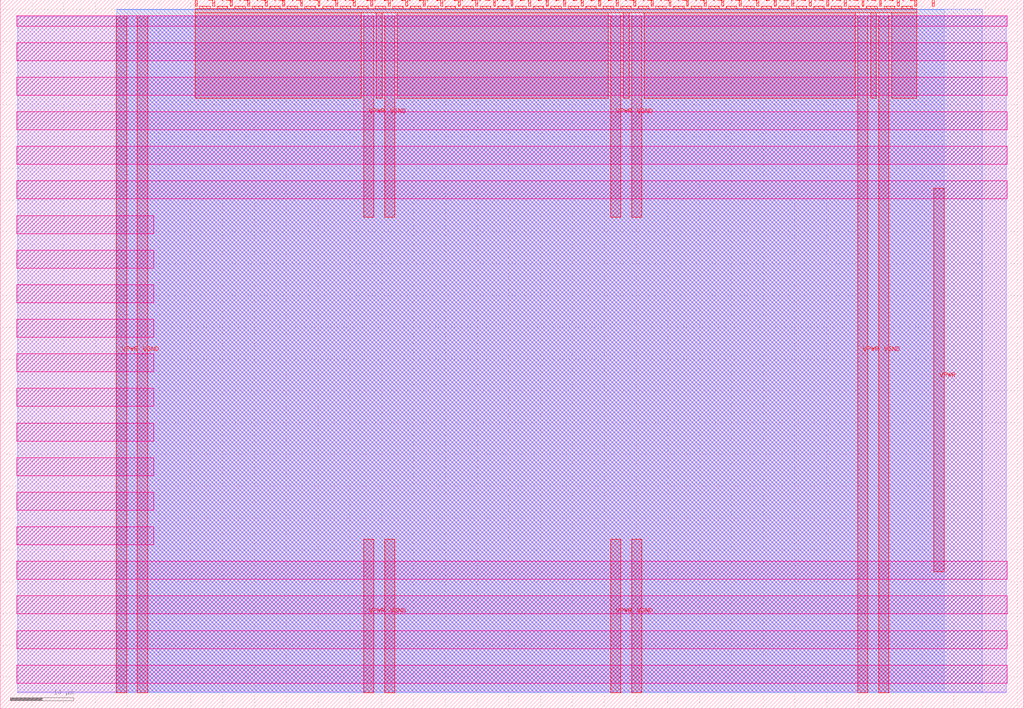
<source format=lef>
VERSION 5.7 ;
  NOWIREEXTENSIONATPIN ON ;
  DIVIDERCHAR "/" ;
  BUSBITCHARS "[]" ;
MACRO tt_um_rebeccargb_tt09ball_gdsart
  CLASS BLOCK ;
  FOREIGN tt_um_rebeccargb_tt09ball_gdsart ;
  ORIGIN 0.000 0.000 ;
  SIZE 161.000 BY 111.520 ;
  PIN VGND
    DIRECTION INOUT ;
    USE GROUND ;
    PORT
      LAYER met4 ;
        RECT 21.580 2.480 23.180 109.040 ;
    END
    PORT
      LAYER met4 ;
        RECT 60.450 2.480 62.050 26.700 ;
    END
    PORT
      LAYER met4 ;
        RECT 60.450 77.300 62.050 109.040 ;
    END
    PORT
      LAYER met4 ;
        RECT 99.320 2.480 100.920 26.700 ;
    END
    PORT
      LAYER met4 ;
        RECT 99.320 77.300 100.920 109.040 ;
    END
    PORT
      LAYER met4 ;
        RECT 138.190 2.480 139.790 109.040 ;
    END
  END VGND
  PIN VPWR
    DIRECTION INOUT ;
    USE POWER ;
    PORT
      LAYER met4 ;
        RECT 18.280 2.480 19.880 109.040 ;
    END
    PORT
      LAYER met4 ;
        RECT 57.150 2.480 58.750 26.700 ;
    END
    PORT
      LAYER met4 ;
        RECT 57.150 77.300 58.750 109.040 ;
    END
    PORT
      LAYER met4 ;
        RECT 96.020 2.480 97.620 26.700 ;
    END
    PORT
      LAYER met4 ;
        RECT 96.020 77.300 97.620 109.040 ;
    END
    PORT
      LAYER met4 ;
        RECT 134.890 2.480 136.490 109.040 ;
    END
    PORT
      LAYER met4 ;
        RECT 146.860 21.520 148.460 81.840 ;
    END
  END VPWR
  PIN clk
    DIRECTION INPUT ;
    USE SIGNAL ;
    ANTENNAGATEAREA 0.852000 ;
    PORT
      LAYER met4 ;
        RECT 143.830 110.520 144.130 111.520 ;
    END
  END clk
  PIN ena
    DIRECTION INPUT ;
    USE SIGNAL ;
    PORT
      LAYER met4 ;
        RECT 146.590 110.520 146.890 111.520 ;
    END
  END ena
  PIN rst_n
    DIRECTION INPUT ;
    USE SIGNAL ;
    ANTENNAGATEAREA 0.196500 ;
    PORT
      LAYER met4 ;
        RECT 141.070 110.520 141.370 111.520 ;
    END
  END rst_n
  PIN ui_in[0]
    DIRECTION INPUT ;
    USE SIGNAL ;
    ANTENNAGATEAREA 0.196500 ;
    PORT
      LAYER met4 ;
        RECT 138.310 110.520 138.610 111.520 ;
    END
  END ui_in[0]
  PIN ui_in[1]
    DIRECTION INPUT ;
    USE SIGNAL ;
    ANTENNAGATEAREA 0.196500 ;
    PORT
      LAYER met4 ;
        RECT 135.550 110.520 135.850 111.520 ;
    END
  END ui_in[1]
  PIN ui_in[2]
    DIRECTION INPUT ;
    USE SIGNAL ;
    ANTENNAGATEAREA 0.196500 ;
    PORT
      LAYER met4 ;
        RECT 132.790 110.520 133.090 111.520 ;
    END
  END ui_in[2]
  PIN ui_in[3]
    DIRECTION INPUT ;
    USE SIGNAL ;
    ANTENNAGATEAREA 0.159000 ;
    PORT
      LAYER met4 ;
        RECT 130.030 110.520 130.330 111.520 ;
    END
  END ui_in[3]
  PIN ui_in[4]
    DIRECTION INPUT ;
    USE SIGNAL ;
    PORT
      LAYER met4 ;
        RECT 127.270 110.520 127.570 111.520 ;
    END
  END ui_in[4]
  PIN ui_in[5]
    DIRECTION INPUT ;
    USE SIGNAL ;
    PORT
      LAYER met4 ;
        RECT 124.510 110.520 124.810 111.520 ;
    END
  END ui_in[5]
  PIN ui_in[6]
    DIRECTION INPUT ;
    USE SIGNAL ;
    PORT
      LAYER met4 ;
        RECT 121.750 110.520 122.050 111.520 ;
    END
  END ui_in[6]
  PIN ui_in[7]
    DIRECTION INPUT ;
    USE SIGNAL ;
    PORT
      LAYER met4 ;
        RECT 118.990 110.520 119.290 111.520 ;
    END
  END ui_in[7]
  PIN uio_in[0]
    DIRECTION INPUT ;
    USE SIGNAL ;
    PORT
      LAYER met4 ;
        RECT 116.230 110.520 116.530 111.520 ;
    END
  END uio_in[0]
  PIN uio_in[1]
    DIRECTION INPUT ;
    USE SIGNAL ;
    PORT
      LAYER met4 ;
        RECT 113.470 110.520 113.770 111.520 ;
    END
  END uio_in[1]
  PIN uio_in[2]
    DIRECTION INPUT ;
    USE SIGNAL ;
    PORT
      LAYER met4 ;
        RECT 110.710 110.520 111.010 111.520 ;
    END
  END uio_in[2]
  PIN uio_in[3]
    DIRECTION INPUT ;
    USE SIGNAL ;
    PORT
      LAYER met4 ;
        RECT 107.950 110.520 108.250 111.520 ;
    END
  END uio_in[3]
  PIN uio_in[4]
    DIRECTION INPUT ;
    USE SIGNAL ;
    PORT
      LAYER met4 ;
        RECT 105.190 110.520 105.490 111.520 ;
    END
  END uio_in[4]
  PIN uio_in[5]
    DIRECTION INPUT ;
    USE SIGNAL ;
    PORT
      LAYER met4 ;
        RECT 102.430 110.520 102.730 111.520 ;
    END
  END uio_in[5]
  PIN uio_in[6]
    DIRECTION INPUT ;
    USE SIGNAL ;
    PORT
      LAYER met4 ;
        RECT 99.670 110.520 99.970 111.520 ;
    END
  END uio_in[6]
  PIN uio_in[7]
    DIRECTION INPUT ;
    USE SIGNAL ;
    PORT
      LAYER met4 ;
        RECT 96.910 110.520 97.210 111.520 ;
    END
  END uio_in[7]
  PIN uio_oe[0]
    DIRECTION OUTPUT ;
    USE SIGNAL ;
    ANTENNADIFFAREA 0.445500 ;
    PORT
      LAYER met4 ;
        RECT 49.990 110.520 50.290 111.520 ;
    END
  END uio_oe[0]
  PIN uio_oe[1]
    DIRECTION OUTPUT ;
    USE SIGNAL ;
    ANTENNADIFFAREA 0.445500 ;
    PORT
      LAYER met4 ;
        RECT 47.230 110.520 47.530 111.520 ;
    END
  END uio_oe[1]
  PIN uio_oe[2]
    DIRECTION OUTPUT ;
    USE SIGNAL ;
    ANTENNADIFFAREA 0.445500 ;
    PORT
      LAYER met4 ;
        RECT 44.470 110.520 44.770 111.520 ;
    END
  END uio_oe[2]
  PIN uio_oe[3]
    DIRECTION OUTPUT ;
    USE SIGNAL ;
    ANTENNADIFFAREA 0.445500 ;
    PORT
      LAYER met4 ;
        RECT 41.710 110.520 42.010 111.520 ;
    END
  END uio_oe[3]
  PIN uio_oe[4]
    DIRECTION OUTPUT ;
    USE SIGNAL ;
    ANTENNADIFFAREA 0.445500 ;
    PORT
      LAYER met4 ;
        RECT 38.950 110.520 39.250 111.520 ;
    END
  END uio_oe[4]
  PIN uio_oe[5]
    DIRECTION OUTPUT ;
    USE SIGNAL ;
    ANTENNADIFFAREA 0.445500 ;
    PORT
      LAYER met4 ;
        RECT 36.190 110.520 36.490 111.520 ;
    END
  END uio_oe[5]
  PIN uio_oe[6]
    DIRECTION OUTPUT ;
    USE SIGNAL ;
    ANTENNADIFFAREA 0.445500 ;
    PORT
      LAYER met4 ;
        RECT 33.430 110.520 33.730 111.520 ;
    END
  END uio_oe[6]
  PIN uio_oe[7]
    DIRECTION OUTPUT ;
    USE SIGNAL ;
    ANTENNADIFFAREA 0.445500 ;
    PORT
      LAYER met4 ;
        RECT 30.670 110.520 30.970 111.520 ;
    END
  END uio_oe[7]
  PIN uio_out[0]
    DIRECTION OUTPUT ;
    USE SIGNAL ;
    ANTENNADIFFAREA 0.445500 ;
    PORT
      LAYER met4 ;
        RECT 72.070 110.520 72.370 111.520 ;
    END
  END uio_out[0]
  PIN uio_out[1]
    DIRECTION OUTPUT ;
    USE SIGNAL ;
    ANTENNADIFFAREA 0.445500 ;
    PORT
      LAYER met4 ;
        RECT 69.310 110.520 69.610 111.520 ;
    END
  END uio_out[1]
  PIN uio_out[2]
    DIRECTION OUTPUT ;
    USE SIGNAL ;
    ANTENNADIFFAREA 0.445500 ;
    PORT
      LAYER met4 ;
        RECT 66.550 110.520 66.850 111.520 ;
    END
  END uio_out[2]
  PIN uio_out[3]
    DIRECTION OUTPUT ;
    USE SIGNAL ;
    ANTENNADIFFAREA 1.242000 ;
    PORT
      LAYER met4 ;
        RECT 63.790 110.520 64.090 111.520 ;
    END
  END uio_out[3]
  PIN uio_out[4]
    DIRECTION OUTPUT ;
    USE SIGNAL ;
    ANTENNADIFFAREA 0.445500 ;
    PORT
      LAYER met4 ;
        RECT 61.030 110.520 61.330 111.520 ;
    END
  END uio_out[4]
  PIN uio_out[5]
    DIRECTION OUTPUT ;
    USE SIGNAL ;
    ANTENNADIFFAREA 0.445500 ;
    PORT
      LAYER met4 ;
        RECT 58.270 110.520 58.570 111.520 ;
    END
  END uio_out[5]
  PIN uio_out[6]
    DIRECTION OUTPUT ;
    USE SIGNAL ;
    ANTENNADIFFAREA 0.445500 ;
    PORT
      LAYER met4 ;
        RECT 55.510 110.520 55.810 111.520 ;
    END
  END uio_out[6]
  PIN uio_out[7]
    DIRECTION OUTPUT ;
    USE SIGNAL ;
    ANTENNADIFFAREA 0.445500 ;
    PORT
      LAYER met4 ;
        RECT 52.750 110.520 53.050 111.520 ;
    END
  END uio_out[7]
  PIN uo_out[0]
    DIRECTION OUTPUT ;
    USE SIGNAL ;
    ANTENNADIFFAREA 1.431000 ;
    PORT
      LAYER met4 ;
        RECT 94.150 110.520 94.450 111.520 ;
    END
  END uo_out[0]
  PIN uo_out[1]
    DIRECTION OUTPUT ;
    USE SIGNAL ;
    ANTENNADIFFAREA 0.445500 ;
    PORT
      LAYER met4 ;
        RECT 91.390 110.520 91.690 111.520 ;
    END
  END uo_out[1]
  PIN uo_out[2]
    DIRECTION OUTPUT ;
    USE SIGNAL ;
    ANTENNAGATEAREA 0.159000 ;
    ANTENNADIFFAREA 1.782000 ;
    PORT
      LAYER met4 ;
        RECT 88.630 110.520 88.930 111.520 ;
    END
  END uo_out[2]
  PIN uo_out[3]
    DIRECTION OUTPUT ;
    USE SIGNAL ;
    ANTENNADIFFAREA 1.484000 ;
    PORT
      LAYER met4 ;
        RECT 85.870 110.520 86.170 111.520 ;
    END
  END uo_out[3]
  PIN uo_out[4]
    DIRECTION OUTPUT ;
    USE SIGNAL ;
    ANTENNADIFFAREA 1.484000 ;
    PORT
      LAYER met4 ;
        RECT 83.110 110.520 83.410 111.520 ;
    END
  END uo_out[4]
  PIN uo_out[5]
    DIRECTION OUTPUT ;
    USE SIGNAL ;
    ANTENNADIFFAREA 2.001000 ;
    PORT
      LAYER met4 ;
        RECT 80.350 110.520 80.650 111.520 ;
    END
  END uo_out[5]
  PIN uo_out[6]
    DIRECTION OUTPUT ;
    USE SIGNAL ;
    ANTENNADIFFAREA 1.242000 ;
    PORT
      LAYER met4 ;
        RECT 77.590 110.520 77.890 111.520 ;
    END
  END uo_out[6]
  PIN uo_out[7]
    DIRECTION OUTPUT ;
    USE SIGNAL ;
    ANTENNADIFFAREA 0.445500 ;
    PORT
      LAYER met4 ;
        RECT 74.830 110.520 75.130 111.520 ;
    END
  END uo_out[7]
  OBS
      LAYER nwell ;
        RECT 2.570 107.385 158.430 108.990 ;
        RECT 2.570 101.945 158.430 104.775 ;
        RECT 2.570 96.505 158.430 99.335 ;
        RECT 2.570 91.065 158.430 93.895 ;
        RECT 2.570 85.625 158.430 88.455 ;
        RECT 2.570 80.185 158.430 83.015 ;
        RECT 2.570 74.745 24.110 77.575 ;
        RECT 2.570 69.305 24.110 72.135 ;
        RECT 2.570 63.865 24.110 66.695 ;
        RECT 2.570 58.425 24.110 61.255 ;
        RECT 2.570 52.985 24.110 55.815 ;
        RECT 2.570 47.545 24.110 50.375 ;
        RECT 2.570 42.105 24.110 44.935 ;
        RECT 2.570 36.665 24.110 39.495 ;
        RECT 2.570 31.225 24.110 34.055 ;
        RECT 2.570 25.785 24.110 28.615 ;
        RECT 2.570 20.345 158.430 23.175 ;
        RECT 2.570 14.905 158.430 17.735 ;
        RECT 2.570 9.465 158.430 12.295 ;
        RECT 2.570 4.025 158.430 6.855 ;
      LAYER li1 ;
        RECT 2.760 2.635 158.240 108.885 ;
      LAYER met1 ;
        RECT 2.760 2.480 158.240 109.040 ;
      LAYER met2 ;
        RECT 18.310 2.535 154.460 110.005 ;
      LAYER met3 ;
        RECT 18.290 2.555 148.450 109.985 ;
      LAYER met4 ;
        RECT 31.370 110.120 33.030 110.520 ;
        RECT 34.130 110.120 35.790 110.520 ;
        RECT 36.890 110.120 38.550 110.520 ;
        RECT 39.650 110.120 41.310 110.520 ;
        RECT 42.410 110.120 44.070 110.520 ;
        RECT 45.170 110.120 46.830 110.520 ;
        RECT 47.930 110.120 49.590 110.520 ;
        RECT 50.690 110.120 52.350 110.520 ;
        RECT 53.450 110.120 55.110 110.520 ;
        RECT 56.210 110.120 57.870 110.520 ;
        RECT 58.970 110.120 60.630 110.520 ;
        RECT 61.730 110.120 63.390 110.520 ;
        RECT 64.490 110.120 66.150 110.520 ;
        RECT 67.250 110.120 68.910 110.520 ;
        RECT 70.010 110.120 71.670 110.520 ;
        RECT 72.770 110.120 74.430 110.520 ;
        RECT 75.530 110.120 77.190 110.520 ;
        RECT 78.290 110.120 79.950 110.520 ;
        RECT 81.050 110.120 82.710 110.520 ;
        RECT 83.810 110.120 85.470 110.520 ;
        RECT 86.570 110.120 88.230 110.520 ;
        RECT 89.330 110.120 90.990 110.520 ;
        RECT 92.090 110.120 93.750 110.520 ;
        RECT 94.850 110.120 96.510 110.520 ;
        RECT 97.610 110.120 99.270 110.520 ;
        RECT 100.370 110.120 102.030 110.520 ;
        RECT 103.130 110.120 104.790 110.520 ;
        RECT 105.890 110.120 107.550 110.520 ;
        RECT 108.650 110.120 110.310 110.520 ;
        RECT 111.410 110.120 113.070 110.520 ;
        RECT 114.170 110.120 115.830 110.520 ;
        RECT 116.930 110.120 118.590 110.520 ;
        RECT 119.690 110.120 121.350 110.520 ;
        RECT 122.450 110.120 124.110 110.520 ;
        RECT 125.210 110.120 126.870 110.520 ;
        RECT 127.970 110.120 129.630 110.520 ;
        RECT 130.730 110.120 132.390 110.520 ;
        RECT 133.490 110.120 135.150 110.520 ;
        RECT 136.250 110.120 137.910 110.520 ;
        RECT 139.010 110.120 140.670 110.520 ;
        RECT 141.770 110.120 143.430 110.520 ;
        RECT 30.655 109.440 144.145 110.120 ;
        RECT 30.655 96.055 56.750 109.440 ;
        RECT 59.150 96.055 60.050 109.440 ;
        RECT 62.450 96.055 95.620 109.440 ;
        RECT 98.020 96.055 98.920 109.440 ;
        RECT 101.320 96.055 134.490 109.440 ;
        RECT 136.890 96.055 137.790 109.440 ;
        RECT 140.190 96.055 144.145 109.440 ;
  END
END tt_um_rebeccargb_tt09ball_gdsart
END LIBRARY


</source>
